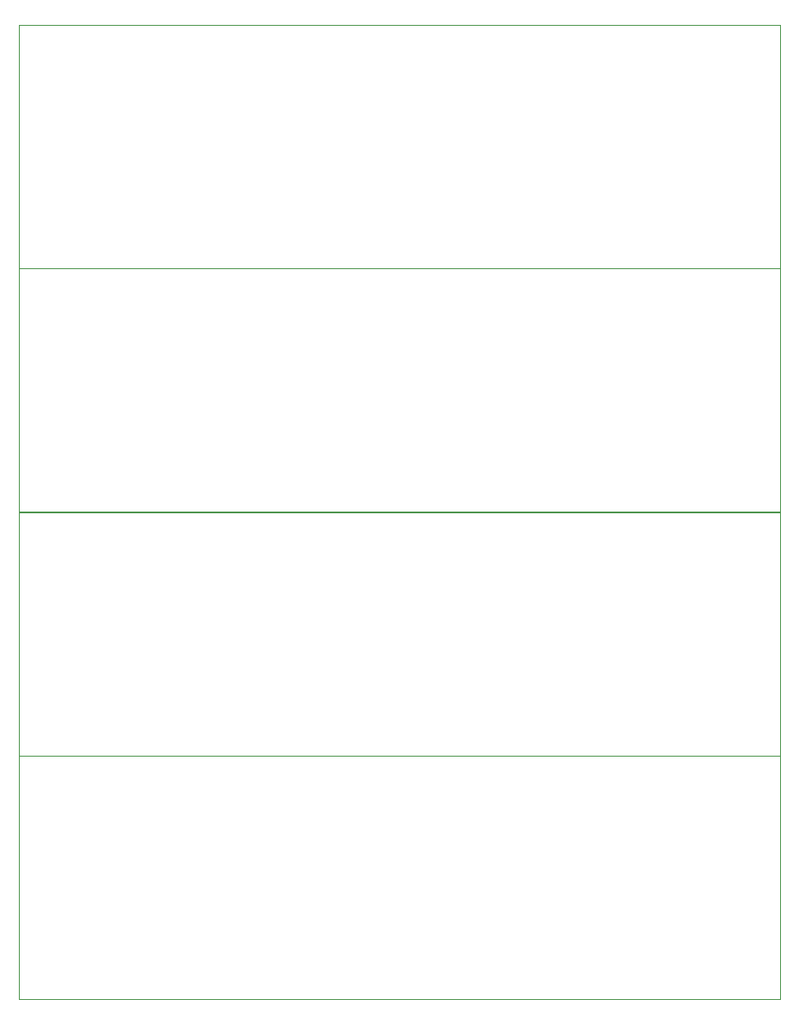
<source format=gko>
G04 Layer_Color=16711935*
%FSLAX25Y25*%
%MOIN*%
G70*
G01*
G75*
%ADD22C,0.00100*%
D22*
X437008Y82642D02*
X732283D01*
Y177130D01*
X437008D02*
X732283D01*
X437008Y82642D02*
Y177130D01*
Y177142D02*
X732283D01*
Y271630D01*
X437008D02*
X732283D01*
X437008Y177142D02*
Y271630D01*
Y271642D02*
X732283D01*
Y366130D01*
X437008D02*
X732283D01*
X437008Y271642D02*
Y366130D01*
Y366142D02*
Y460630D01*
X732283D01*
Y366142D02*
Y460630D01*
X437008Y366142D02*
X732283D01*
M02*

</source>
